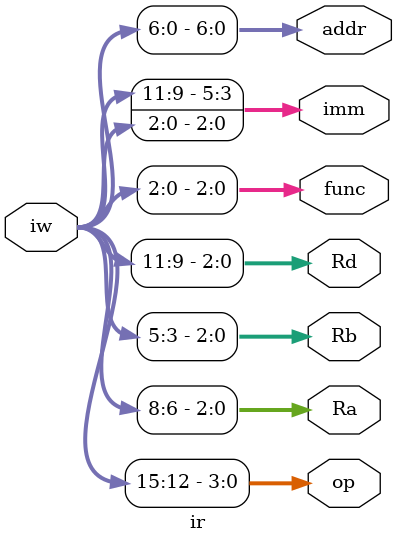
<source format=v>
module ir(iw,op,Ra,Rb,Rd,func,imm,addr);
input [15:0] iw; output [3:0]op; 
output [2:0] Ra, Rb, Rd, func; output [5:0] imm; 
output  [6:0] addr;
assign op = iw[15:12]; 
assign Ra = iw[8:6]; 
assign Rb = iw[5:3];
assign Rd = iw[11:9];
assign func = iw[2:0];
assign imm[5:3] = iw[11:9];
assign imm[2:0] = iw[2:0];
assign addr = iw[6:0];
endmodule

</source>
